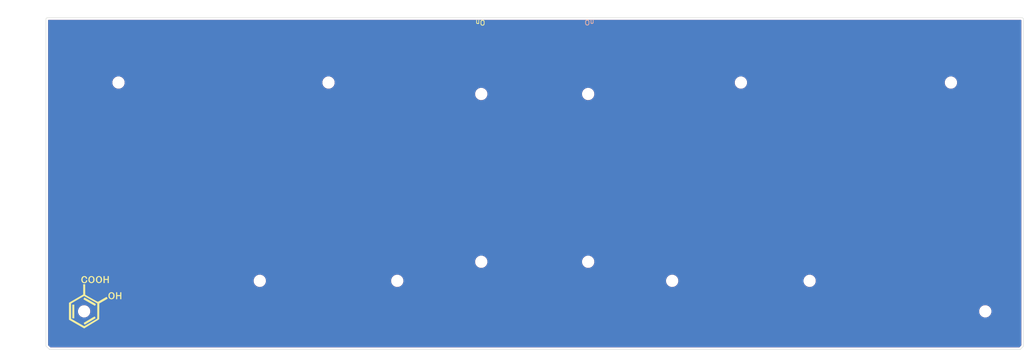
<source format=kicad_pcb>
(kicad_pcb (version 20171130) (host pcbnew "(5.0.1)-3")

  (general
    (thickness 1.6)
    (drawings 12)
    (tracks 0)
    (zones 0)
    (modules 15)
    (nets 1)
  )

  (page A4)
  (layers
    (0 F.Cu signal)
    (31 B.Cu signal)
    (32 B.Adhes user)
    (33 F.Adhes user)
    (34 B.Paste user)
    (35 F.Paste user)
    (36 B.SilkS user)
    (37 F.SilkS user)
    (38 B.Mask user)
    (39 F.Mask user)
    (40 Dwgs.User user)
    (41 Cmts.User user)
    (42 Eco1.User user)
    (43 Eco2.User user)
    (44 Edge.Cuts user)
    (45 Margin user hide)
    (46 B.CrtYd user)
    (47 F.CrtYd user)
    (48 B.Fab user)
    (49 F.Fab user)
  )

  (setup
    (last_trace_width 0.25)
    (user_trace_width 0.5)
    (trace_clearance 0.2)
    (zone_clearance 0.508)
    (zone_45_only no)
    (trace_min 0.2)
    (segment_width 0.2)
    (edge_width 0.1)
    (via_size 0.8)
    (via_drill 0.4)
    (via_min_size 0.4)
    (via_min_drill 0.3)
    (uvia_size 0.3)
    (uvia_drill 0.1)
    (uvias_allowed no)
    (uvia_min_size 0.2)
    (uvia_min_drill 0.1)
    (pcb_text_width 0.3)
    (pcb_text_size 1.5 1.5)
    (mod_edge_width 0.15)
    (mod_text_size 1 1)
    (mod_text_width 0.15)
    (pad_size 5 5)
    (pad_drill 4.8)
    (pad_to_mask_clearance 0)
    (solder_mask_min_width 0.25)
    (aux_axis_origin 0 0)
    (visible_elements 7FFFFFFF)
    (pcbplotparams
      (layerselection 0x010fc_ffffffff)
      (usegerberextensions false)
      (usegerberattributes false)
      (usegerberadvancedattributes false)
      (creategerberjobfile false)
      (excludeedgelayer true)
      (linewidth 0.100000)
      (plotframeref false)
      (viasonmask false)
      (mode 1)
      (useauxorigin false)
      (hpglpennumber 1)
      (hpglpenspeed 20)
      (hpglpendiameter 15.000000)
      (psnegative false)
      (psa4output false)
      (plotreference true)
      (plotvalue true)
      (plotinvisibletext false)
      (padsonsilk false)
      (subtractmaskfromsilk false)
      (outputformat 1)
      (mirror false)
      (drillshape 1)
      (scaleselection 1)
      (outputdirectory ""))
  )

  (net 0 "")

  (net_class Default "これはデフォルトのネット クラスです。"
    (clearance 0.2)
    (trace_width 0.25)
    (via_dia 0.8)
    (via_drill 0.4)
    (uvia_dia 0.3)
    (uvia_drill 0.1)
  )

  (module logos:salicylic-acid2s (layer F.Cu) (tedit 0) (tstamp 5C8FB03F)
    (at 37.75 113.75)
    (fp_text reference G*** (at 0 0) (layer F.SilkS) hide
      (effects (font (size 1.524 1.524) (thickness 0.3)))
    )
    (fp_text value LOGO (at 0.75 0) (layer F.SilkS) hide
      (effects (font (size 1.524 1.524) (thickness 0.3)))
    )
    (fp_poly (pts (xy -3.65284 -0.356344) (xy -3.567656 -0.310362) (xy -3.437364 -0.238461) (xy -3.268797 -0.144517)
      (xy -3.068786 -0.032406) (xy -2.844164 0.093997) (xy -2.601763 0.230816) (xy -2.348415 0.374176)
      (xy -2.090952 0.5202) (xy -1.836207 0.665014) (xy -1.591011 0.804741) (xy -1.362197 0.935507)
      (xy -1.156598 1.053436) (xy -0.981044 1.154651) (xy -0.842369 1.235278) (xy -0.747405 1.291442)
      (xy -0.702983 1.319265) (xy -0.701264 1.32061) (xy -0.696339 1.363601) (xy -0.720718 1.436348)
      (xy -0.723725 1.442496) (xy -0.772268 1.540486) (xy -0.82692 1.6523) (xy -0.834496 1.667934)
      (xy -0.880207 1.746379) (xy -0.920609 1.78973) (xy -0.930568 1.792865) (xy -0.965912 1.776084)
      (xy -1.054243 1.728709) (xy -1.189852 1.653945) (xy -1.367026 1.554997) (xy -1.580058 1.435073)
      (xy -1.823236 1.297376) (xy -2.090851 1.145114) (xy -2.377192 0.981491) (xy -2.443695 0.943392)
      (xy -3.92219 0.095988) (xy -3.818719 -0.138272) (xy -3.765637 -0.250351) (xy -3.719576 -0.333211)
      (xy -3.689203 -0.371544) (xy -3.686084 -0.372533) (xy -3.65284 -0.356344)) (layer F.SilkS) (width 0.01))
    (fp_poly (pts (xy -6.333067 5.08) (xy -6.841067 5.08) (xy -6.841067 1.490134) (xy -6.333067 1.490134)
      (xy -6.333067 5.08)) (layer F.SilkS) (width 0.01))
    (fp_poly (pts (xy -0.963019 4.611786) (xy -0.926551 4.665818) (xy -0.876676 4.759859) (xy -0.835438 4.848434)
      (xy -0.751418 5.040201) (xy -2.167875 5.889834) (xy -2.449622 6.058466) (xy -2.713966 6.21597)
      (xy -2.955188 6.358989) (xy -3.167566 6.484166) (xy -3.345383 6.588142) (xy -3.482919 6.66756)
      (xy -3.574454 6.719063) (xy -3.61427 6.739293) (xy -3.615185 6.739467) (xy -3.644264 6.711373)
      (xy -3.692483 6.637233) (xy -3.750085 6.532265) (xy -3.757839 6.516979) (xy -3.809251 6.403693)
      (xy -3.838827 6.31565) (xy -3.841263 6.269008) (xy -3.839819 6.267252) (xy -3.805565 6.244922)
      (xy -3.718884 6.191429) (xy -3.585549 6.110256) (xy -3.411335 6.004888) (xy -3.202016 5.878809)
      (xy -2.963365 5.735502) (xy -2.701157 5.578452) (xy -2.421165 5.411143) (xy -2.40829 5.403459)
      (xy -2.078176 5.206878) (xy -1.801336 5.043108) (xy -1.573235 4.909664) (xy -1.389335 4.804061)
      (xy -1.245102 4.723815) (xy -1.135999 4.666441) (xy -1.057489 4.629454) (xy -1.005038 4.61037)
      (xy -0.974109 4.606703) (xy -0.963019 4.611786)) (layer F.SilkS) (width 0.01))
    (fp_poly (pts (xy 1.6256 -5.249333) (xy 2.404533 -5.249333) (xy 2.404533 -5.9944) (xy 2.709333 -5.9944)
      (xy 2.709333 -4.1656) (xy 2.404533 -4.1656) (xy 2.404533 -4.9784) (xy 1.6256 -4.9784)
      (xy 1.6256 -4.1656) (xy 1.3208 -4.1656) (xy 1.3208 -5.9944) (xy 1.6256 -5.9944)
      (xy 1.6256 -5.249333)) (layer F.SilkS) (width 0.01))
    (fp_poly (pts (xy 0.39018 -5.963724) (xy 0.582265 -5.872552) (xy 0.739466 -5.736759) (xy 0.74608 -5.728892)
      (xy 0.855823 -5.547013) (xy 0.922974 -5.329541) (xy 0.947294 -5.093742) (xy 0.928546 -4.856879)
      (xy 0.86649 -4.636218) (xy 0.763707 -4.452695) (xy 0.620093 -4.314337) (xy 0.437727 -4.212464)
      (xy 0.236373 -4.154134) (xy 0.035792 -4.146405) (xy -0.0508 -4.161793) (xy -0.246948 -4.242568)
      (xy -0.420901 -4.370646) (xy -0.557295 -4.531876) (xy -0.638029 -4.702672) (xy -0.663294 -4.838075)
      (xy -0.675039 -5.011829) (xy -0.674383 -5.08) (xy -0.353644 -5.08) (xy -0.335157 -4.8514)
      (xy -0.277725 -4.673039) (xy -0.178393 -4.537775) (xy -0.105059 -4.479313) (xy 0.049296 -4.414016)
      (xy 0.211255 -4.414069) (xy 0.364068 -4.475633) (xy 0.483803 -4.583628) (xy 0.562696 -4.736771)
      (xy 0.602705 -4.939877) (xy 0.608856 -5.077774) (xy 0.587917 -5.307022) (xy 0.526115 -5.494861)
      (xy 0.427175 -5.636031) (xy 0.294819 -5.725268) (xy 0.132771 -5.75731) (xy 0.128011 -5.757333)
      (xy -0.032781 -5.726611) (xy -0.165581 -5.63842) (xy -0.266146 -5.498724) (xy -0.330238 -5.313487)
      (xy -0.353615 -5.088672) (xy -0.353644 -5.08) (xy -0.674383 -5.08) (xy -0.673265 -5.195915)
      (xy -0.657971 -5.362315) (xy -0.638029 -5.457327) (xy -0.565434 -5.609312) (xy -0.44788 -5.759249)
      (xy -0.304955 -5.884552) (xy -0.224961 -5.933591) (xy -0.030476 -5.997836) (xy 0.180252 -6.006682)
      (xy 0.39018 -5.963724)) (layer F.SilkS) (width 0.01))
    (fp_poly (pts (xy -1.574087 -5.963724) (xy -1.382001 -5.872552) (xy -1.224801 -5.736759) (xy -1.218186 -5.728892)
      (xy -1.108444 -5.547013) (xy -1.041293 -5.329541) (xy -1.016972 -5.093742) (xy -1.035721 -4.856879)
      (xy -1.097777 -4.636218) (xy -1.20056 -4.452695) (xy -1.344173 -4.314337) (xy -1.526539 -4.212464)
      (xy -1.727894 -4.154134) (xy -1.928474 -4.146405) (xy -2.015067 -4.161793) (xy -2.211214 -4.242568)
      (xy -2.385167 -4.370646) (xy -2.521561 -4.531876) (xy -2.602296 -4.702672) (xy -2.62756 -4.838075)
      (xy -2.639306 -5.011829) (xy -2.638649 -5.08) (xy -2.31791 -5.08) (xy -2.299423 -4.8514)
      (xy -2.241992 -4.673039) (xy -2.14266 -4.537775) (xy -2.069325 -4.479313) (xy -1.914971 -4.414016)
      (xy -1.753012 -4.414069) (xy -1.600199 -4.475633) (xy -1.480464 -4.583628) (xy -1.40157 -4.736771)
      (xy -1.361562 -4.939877) (xy -1.355411 -5.077774) (xy -1.37635 -5.307022) (xy -1.438151 -5.494861)
      (xy -1.537092 -5.636031) (xy -1.669448 -5.725268) (xy -1.831496 -5.75731) (xy -1.836256 -5.757333)
      (xy -1.997048 -5.726611) (xy -2.129847 -5.63842) (xy -2.230413 -5.498724) (xy -2.294505 -5.313487)
      (xy -2.317882 -5.088672) (xy -2.31791 -5.08) (xy -2.638649 -5.08) (xy -2.637531 -5.195915)
      (xy -2.622238 -5.362315) (xy -2.602296 -5.457327) (xy -2.5297 -5.609312) (xy -2.412146 -5.759249)
      (xy -2.269222 -5.884552) (xy -2.189228 -5.933591) (xy -1.994743 -5.997836) (xy -1.784015 -6.006682)
      (xy -1.574087 -5.963724)) (layer F.SilkS) (width 0.01))
    (fp_poly (pts (xy -3.513912 -5.996729) (xy -3.481824 -5.99047) (xy -3.299844 -5.919186) (xy -3.145072 -5.794821)
      (xy -3.031057 -5.630636) (xy -2.983686 -5.502882) (xy -2.96295 -5.386683) (xy -2.978516 -5.319625)
      (xy -3.037668 -5.289646) (xy -3.115733 -5.284237) (xy -3.205445 -5.29598) (xy -3.263765 -5.341477)
      (xy -3.308281 -5.436134) (xy -3.316286 -5.459892) (xy -3.394096 -5.605264) (xy -3.511959 -5.707072)
      (xy -3.656608 -5.75498) (xy -3.69805 -5.757333) (xy -3.79304 -5.74779) (xy -3.871441 -5.710215)
      (xy -3.961044 -5.631189) (xy -3.962666 -5.62957) (xy -4.074283 -5.474384) (xy -4.143541 -5.285438)
      (xy -4.17019 -5.079507) (xy -4.153981 -4.873368) (xy -4.094664 -4.683796) (xy -3.991992 -4.527567)
      (xy -3.979229 -4.514322) (xy -3.900817 -4.445568) (xy -3.825884 -4.412557) (xy -3.722605 -4.402891)
      (xy -3.692627 -4.402667) (xy -3.577353 -4.40962) (xy -3.481321 -4.427297) (xy -3.449295 -4.439266)
      (xy -3.389265 -4.49777) (xy -3.328127 -4.597187) (xy -3.278512 -4.712104) (xy -3.25305 -4.817109)
      (xy -3.251944 -4.836322) (xy -3.245415 -4.8831) (xy -3.215242 -4.904188) (xy -3.143769 -4.906988)
      (xy -3.090333 -4.904055) (xy -2.993638 -4.895308) (xy -2.947783 -4.877182) (xy -2.935944 -4.83726)
      (xy -2.938665 -4.792133) (xy -2.98558 -4.58634) (xy -3.081286 -4.407069) (xy -3.216629 -4.266419)
      (xy -3.382454 -4.176492) (xy -3.411141 -4.167636) (xy -3.612631 -4.136467) (xy -3.822642 -4.145357)
      (xy -3.975108 -4.181487) (xy -4.15201 -4.278434) (xy -4.295178 -4.424273) (xy -4.402235 -4.607856)
      (xy -4.470805 -4.818037) (xy -4.49851 -5.043669) (xy -4.482972 -5.273605) (xy -4.421815 -5.496699)
      (xy -4.312662 -5.701803) (xy -4.302408 -5.716241) (xy -4.153171 -5.866997) (xy -3.965945 -5.966024)
      (xy -3.749826 -6.010281) (xy -3.513912 -5.996729)) (layer F.SilkS) (width 0.01))
    (fp_poly (pts (xy 4.910667 -1.016) (xy 5.6896 -1.016) (xy 5.6896 -1.761066) (xy 5.9944 -1.761066)
      (xy 5.9944 0.067733) (xy 5.6896 0.067733) (xy 5.6896 -0.745067) (xy 4.910667 -0.745067)
      (xy 4.910667 0.067733) (xy 4.605867 0.067733) (xy 4.605867 -1.761066) (xy 4.910667 -1.761066)
      (xy 4.910667 -1.016)) (layer F.SilkS) (width 0.01))
    (fp_poly (pts (xy 3.675246 -1.73039) (xy 3.867332 -1.639218) (xy 4.024533 -1.503426) (xy 4.031147 -1.495559)
      (xy 4.14089 -1.31368) (xy 4.20804 -1.096208) (xy 4.232361 -0.860408) (xy 4.213612 -0.623545)
      (xy 4.151556 -0.402885) (xy 4.048774 -0.219361) (xy 3.90516 -0.081003) (xy 3.722794 0.02087)
      (xy 3.521439 0.0792) (xy 3.320859 0.086928) (xy 3.234267 0.071541) (xy 3.038119 -0.009234)
      (xy 2.864166 -0.137312) (xy 2.727772 -0.298542) (xy 2.647037 -0.469339) (xy 2.621773 -0.604741)
      (xy 2.610028 -0.778495) (xy 2.610684 -0.846667) (xy 2.931423 -0.846667) (xy 2.94991 -0.618067)
      (xy 3.007342 -0.439706) (xy 3.106674 -0.304441) (xy 3.180008 -0.24598) (xy 3.334363 -0.180682)
      (xy 3.496322 -0.180736) (xy 3.649135 -0.2423) (xy 3.76887 -0.350294) (xy 3.847763 -0.503438)
      (xy 3.887772 -0.706544) (xy 3.893923 -0.844441) (xy 3.872984 -1.073688) (xy 3.811182 -1.261528)
      (xy 3.712241 -1.402697) (xy 3.579885 -1.491935) (xy 3.417837 -1.523977) (xy 3.413077 -1.524)
      (xy 3.252285 -1.493278) (xy 3.119486 -1.405087) (xy 3.01892 -1.265391) (xy 2.954828 -1.080154)
      (xy 2.931452 -0.855339) (xy 2.931423 -0.846667) (xy 2.610684 -0.846667) (xy 2.611802 -0.962582)
      (xy 2.627095 -1.128982) (xy 2.647037 -1.223994) (xy 2.719633 -1.375979) (xy 2.837187 -1.525915)
      (xy 2.980112 -1.651218) (xy 3.060105 -1.700257) (xy 3.254591 -1.764502) (xy 3.465319 -1.773349)
      (xy 3.675246 -1.73039)) (layer F.SilkS) (width 0.01))
    (fp_poly (pts (xy -3.471333 -1.103234) (xy -1.829736 -0.164989) (xy -1.471231 0.039602) (xy -1.166793 0.212541)
      (xy -0.911923 0.3562) (xy -0.702121 0.472955) (xy -0.532889 0.565179) (xy -0.399727 0.635245)
      (xy -0.298136 0.68553) (xy -0.223618 0.718405) (xy -0.171672 0.736245) (xy -0.1378 0.741425)
      (xy -0.119469 0.737446) (xy -0.074873 0.712685) (xy 0.021288 0.658257) (xy 0.161856 0.578248)
      (xy 0.339671 0.476746) (xy 0.547573 0.357836) (xy 0.778405 0.225604) (xy 0.999181 0.098961)
      (xy 1.243753 -0.04113) (xy 1.471258 -0.170889) (xy 1.674653 -0.28634) (xy 1.846894 -0.38351)
      (xy 1.980937 -0.458422) (xy 2.069739 -0.507104) (xy 2.105281 -0.525251) (xy 2.143652 -0.522078)
      (xy 2.189616 -0.478224) (xy 2.250963 -0.384977) (xy 2.287266 -0.321718) (xy 2.347366 -0.203834)
      (xy 2.381394 -0.114719) (xy 2.384235 -0.067986) (xy 2.383126 -0.066646) (xy 2.347745 -0.043424)
      (xy 2.260322 0.009398) (xy 2.127647 0.08785) (xy 1.956505 0.18796) (xy 1.753684 0.305758)
      (xy 1.525973 0.437272) (xy 1.286628 0.574825) (xy 0.220133 1.186291) (xy 0.2032 3.255626)
      (xy 0.186266 5.32496) (xy -1.769889 6.52328) (xy -2.100463 6.725708) (xy -2.413733 6.917386)
      (xy -2.704973 7.095433) (xy -2.96946 7.25697) (xy -3.202469 7.399114) (xy -3.399275 7.518985)
      (xy -3.555155 7.613702) (xy -3.665384 7.680384) (xy -3.725237 7.716149) (xy -3.734989 7.7216)
      (xy -3.765109 7.705208) (xy -3.849177 7.657861) (xy -3.982382 7.582302) (xy -4.159917 7.481273)
      (xy -4.376971 7.357518) (xy -4.628736 7.21378) (xy -4.910403 7.052801) (xy -5.217164 6.877325)
      (xy -5.544208 6.690095) (xy -5.732766 6.582082) (xy -7.7216 5.442565) (xy -7.720373 3.220816)
      (xy -7.719258 1.202267) (xy -7.177965 1.202267) (xy -7.170383 3.196828) (xy -7.1628 5.191388)
      (xy -5.452533 6.164709) (xy -3.742267 7.138029) (xy -3.623734 7.075699) (xy -3.572434 7.04711)
      (xy -3.468465 6.987798) (xy -3.317679 6.901146) (xy -3.125925 6.790536) (xy -2.899057 6.65935)
      (xy -2.642925 6.51097) (xy -2.363381 6.348776) (xy -2.066277 6.176152) (xy -1.913467 6.087275)
      (xy -0.321734 5.161179) (xy -0.314197 3.16479) (xy -0.306661 1.1684) (xy -2.000492 0.2032)
      (xy -2.311764 0.026113) (xy -2.606198 -0.140842) (xy -2.878408 -0.294649) (xy -3.12301 -0.432292)
      (xy -3.33462 -0.550754) (xy -3.507853 -0.647019) (xy -3.637324 -0.71807) (xy -3.717649 -0.760893)
      (xy -3.742831 -0.772783) (xy -3.78016 -0.758056) (xy -3.870469 -0.71184) (xy -4.008439 -0.637136)
      (xy -4.188754 -0.53694) (xy -4.406097 -0.414251) (xy -4.65515 -0.272068) (xy -4.930594 -0.113388)
      (xy -5.227114 0.05879) (xy -5.484652 0.20935) (xy -7.177965 1.202267) (xy -7.719258 1.202267)
      (xy -7.719145 0.999067) (xy -5.857756 -0.084667) (xy -3.996367 -1.1684) (xy -3.996267 -3.8608)
      (xy -3.489027 -3.8608) (xy -3.471333 -1.103234)) (layer F.SilkS) (width 0.01))
  )

  (module Mounting_Holes:MountingHole_2.2mm_M2 (layer F.Cu) (tedit 5CAE1527) (tstamp 5C8DDDAE)
    (at 270 117)
    (descr "Mounting Hole 2.2mm, no annular, M2")
    (tags "mounting hole 2.2mm no annular m2")
    (attr virtual)
    (fp_text reference REF** (at 0 -3.2) (layer F.SilkS) hide
      (effects (font (size 1 1) (thickness 0.15)))
    )
    (fp_text value MountingHole_2.2mm_M2 (at 0 3.2) (layer F.Fab)
      (effects (font (size 1 1) (thickness 0.15)))
    )
    (fp_text user %R (at 0.3 0) (layer F.Fab)
      (effects (font (size 1 1) (thickness 0.15)))
    )
    (fp_circle (center 0 0) (end 2.2 0) (layer Cmts.User) (width 0.15))
    (fp_circle (center 0 0) (end 2.45 0) (layer F.CrtYd) (width 0.05))
    (pad 1 np_thru_hole circle (at 0 0) (size 2.2 2.2) (drill 2.2) (layers *.Cu *.Mask))
  )

  (module Mounting_Holes:MountingHole_2.2mm_M2 (layer F.Cu) (tedit 5CAE1535) (tstamp 5C8DDDE5)
    (at 261 57)
    (descr "Mounting Hole 2.2mm, no annular, M2")
    (tags "mounting hole 2.2mm no annular m2")
    (attr virtual)
    (fp_text reference REF** (at 0 -3.2) (layer F.SilkS) hide
      (effects (font (size 1 1) (thickness 0.15)))
    )
    (fp_text value MountingHole_2.2mm_M2 (at 0 3.2) (layer F.Fab)
      (effects (font (size 1 1) (thickness 0.15)))
    )
    (fp_text user %R (at 0.3 0) (layer F.Fab)
      (effects (font (size 1 1) (thickness 0.15)))
    )
    (fp_circle (center 0 0) (end 2.2 0) (layer Cmts.User) (width 0.15))
    (fp_circle (center 0 0) (end 2.45 0) (layer F.CrtYd) (width 0.05))
    (pad 1 np_thru_hole circle (at 0 0) (size 2.2 2.2) (drill 2.2) (layers *.Cu *.Mask))
  )

  (module Mounting_Holes:MountingHole_2.2mm_M2 (layer F.Cu) (tedit 5CAE153A) (tstamp 5C8DDE25)
    (at 224 109)
    (descr "Mounting Hole 2.2mm, no annular, M2")
    (tags "mounting hole 2.2mm no annular m2")
    (attr virtual)
    (fp_text reference REF** (at 0 -3.2) (layer F.SilkS) hide
      (effects (font (size 1 1) (thickness 0.15)))
    )
    (fp_text value MountingHole_2.2mm_M2 (at 0 3.2) (layer F.Fab)
      (effects (font (size 1 1) (thickness 0.15)))
    )
    (fp_text user %R (at 0.3 0) (layer F.Fab)
      (effects (font (size 1 1) (thickness 0.15)))
    )
    (fp_circle (center 0 0) (end 2.2 0) (layer Cmts.User) (width 0.15))
    (fp_circle (center 0 0) (end 2.45 0) (layer F.CrtYd) (width 0.05))
    (pad 1 np_thru_hole circle (at 0 0) (size 2.2 2.2) (drill 2.2) (layers *.Cu *.Mask))
  )

  (module Mounting_Holes:MountingHole_2.2mm_M2 (layer F.Cu) (tedit 5CAE1544) (tstamp 5C8DDE5B)
    (at 206 57)
    (descr "Mounting Hole 2.2mm, no annular, M2")
    (tags "mounting hole 2.2mm no annular m2")
    (attr virtual)
    (fp_text reference REF** (at 0 -3.2) (layer F.SilkS) hide
      (effects (font (size 1 1) (thickness 0.15)))
    )
    (fp_text value MountingHole_2.2mm_M2 (at 0 3.2) (layer F.Fab)
      (effects (font (size 1 1) (thickness 0.15)))
    )
    (fp_text user %R (at 0.3 0) (layer F.Fab)
      (effects (font (size 1 1) (thickness 0.15)))
    )
    (fp_circle (center 0 0) (end 2.2 0) (layer Cmts.User) (width 0.15))
    (fp_circle (center 0 0) (end 2.45 0) (layer F.CrtYd) (width 0.05))
    (pad 1 np_thru_hole circle (at 0 0) (size 2.2 2.2) (drill 2.2) (layers *.Cu *.Mask))
  )

  (module Mounting_Holes:MountingHole_2.2mm_M2 (layer F.Cu) (tedit 5CAE153F) (tstamp 5C8DDEA0)
    (at 188 109)
    (descr "Mounting Hole 2.2mm, no annular, M2")
    (tags "mounting hole 2.2mm no annular m2")
    (attr virtual)
    (fp_text reference REF** (at 0 -3.2) (layer F.SilkS) hide
      (effects (font (size 1 1) (thickness 0.15)))
    )
    (fp_text value MountingHole_2.2mm_M2 (at 0 3.2) (layer F.Fab)
      (effects (font (size 1 1) (thickness 0.15)))
    )
    (fp_text user %R (at 0.3 0) (layer F.Fab)
      (effects (font (size 1 1) (thickness 0.15)))
    )
    (fp_circle (center 0 0) (end 2.2 0) (layer Cmts.User) (width 0.15))
    (fp_circle (center 0 0) (end 2.45 0) (layer F.CrtYd) (width 0.05))
    (pad 1 np_thru_hole circle (at 0 0) (size 2.2 2.2) (drill 2.2) (layers *.Cu *.Mask))
  )

  (module Mounting_Holes:MountingHole_2.2mm_M2 (layer F.Cu) (tedit 5CAE1571) (tstamp 5C8DDEDE)
    (at 116 109)
    (descr "Mounting Hole 2.2mm, no annular, M2")
    (tags "mounting hole 2.2mm no annular m2")
    (attr virtual)
    (fp_text reference REF** (at 0 -3.2) (layer F.SilkS) hide
      (effects (font (size 1 1) (thickness 0.15)))
    )
    (fp_text value MountingHole_2.2mm_M2 (at 0 3.2) (layer F.Fab)
      (effects (font (size 1 1) (thickness 0.15)))
    )
    (fp_circle (center 0 0) (end 2.45 0) (layer F.CrtYd) (width 0.05))
    (fp_circle (center 0 0) (end 2.2 0) (layer Cmts.User) (width 0.15))
    (fp_text user %R (at 0.3 0) (layer F.Fab)
      (effects (font (size 1 1) (thickness 0.15)))
    )
    (pad 1 np_thru_hole circle (at 0 0) (size 2.2 2.2) (drill 2.2) (layers *.Cu *.Mask))
  )

  (module Mounting_Holes:MountingHole_2.2mm_M2 (layer F.Cu) (tedit 5CAE157C) (tstamp 5C8DED34)
    (at 80 109)
    (descr "Mounting Hole 2.2mm, no annular, M2")
    (tags "mounting hole 2.2mm no annular m2")
    (attr virtual)
    (fp_text reference REF** (at 0 -3.2) (layer F.SilkS) hide
      (effects (font (size 1 1) (thickness 0.15)))
    )
    (fp_text value MountingHole_2.2mm_M2 (at 0 3.2) (layer F.Fab)
      (effects (font (size 1 1) (thickness 0.15)))
    )
    (fp_text user %R (at 0.3 0) (layer F.Fab)
      (effects (font (size 1 1) (thickness 0.15)))
    )
    (fp_circle (center 0 0) (end 2.2 0) (layer Cmts.User) (width 0.15))
    (fp_circle (center 0 0) (end 2.45 0) (layer F.CrtYd) (width 0.05))
    (pad 1 np_thru_hole circle (at 0 0) (size 2.2 2.2) (drill 2.2) (layers *.Cu *.Mask))
  )

  (module Mounting_Holes:MountingHole_2.2mm_M2 (layer F.Cu) (tedit 5CAE1589) (tstamp 5C8DFB8A)
    (at 34 117)
    (descr "Mounting Hole 2.2mm, no annular, M2")
    (tags "mounting hole 2.2mm no annular m2")
    (attr virtual)
    (fp_text reference REF** (at 0 -3.2) (layer F.SilkS) hide
      (effects (font (size 1 1) (thickness 0.15)))
    )
    (fp_text value MountingHole_2.2mm_M2 (at 0 3.2) (layer F.Fab)
      (effects (font (size 1 1) (thickness 0.15)))
    )
    (fp_text user %R (at 0.3 0) (layer F.Fab)
      (effects (font (size 1 1) (thickness 0.15)))
    )
    (fp_circle (center 0 0) (end 2.2 0) (layer Cmts.User) (width 0.15))
    (fp_circle (center 0 0) (end 2.45 0) (layer F.CrtYd) (width 0.05))
    (pad 1 np_thru_hole circle (at 0 0) (size 2.2 2.2) (drill 2.2) (layers *.Cu *.Mask))
  )

  (module Mounting_Holes:MountingHole_2.2mm_M2 (layer F.Cu) (tedit 5CAE1582) (tstamp 5C8E0321)
    (at 43 57)
    (descr "Mounting Hole 2.2mm, no annular, M2")
    (tags "mounting hole 2.2mm no annular m2")
    (attr virtual)
    (fp_text reference REF** (at 0 -3.2) (layer F.SilkS) hide
      (effects (font (size 1 1) (thickness 0.15)))
    )
    (fp_text value MountingHole_2.2mm_M2 (at 0 3.2) (layer F.Fab)
      (effects (font (size 1 1) (thickness 0.15)))
    )
    (fp_text user %R (at 0.3 0) (layer F.Fab)
      (effects (font (size 1 1) (thickness 0.15)))
    )
    (fp_circle (center 0 0) (end 2.2 0) (layer Cmts.User) (width 0.15))
    (fp_circle (center 0 0) (end 2.45 0) (layer F.CrtYd) (width 0.05))
    (pad 1 np_thru_hole circle (at 0 0) (size 2.2 2.2) (drill 2.2) (layers *.Cu *.Mask))
  )

  (module Mounting_Holes:MountingHole_2.2mm_M2 (layer F.Cu) (tedit 5CAE156B) (tstamp 5C8E4326)
    (at 98 57)
    (descr "Mounting Hole 2.2mm, no annular, M2")
    (tags "mounting hole 2.2mm no annular m2")
    (attr virtual)
    (fp_text reference REF** (at 0 -3.2) (layer F.SilkS) hide
      (effects (font (size 1 1) (thickness 0.15)))
    )
    (fp_text value MountingHole_2.2mm_M2 (at 0 3.2) (layer F.Fab)
      (effects (font (size 1 1) (thickness 0.15)))
    )
    (fp_text user %R (at 0.3 0) (layer F.Fab)
      (effects (font (size 1 1) (thickness 0.15)))
    )
    (fp_circle (center 0 0) (end 2.2 0) (layer Cmts.User) (width 0.15))
    (fp_circle (center 0 0) (end 2.45 0) (layer F.CrtYd) (width 0.05))
    (pad 1 np_thru_hole circle (at 0 0) (size 2.2 2.2) (drill 2.2) (layers *.Cu *.Mask))
  )

  (module Mounting_Holes:MountingHole_2.2mm_M2 (layer F.Cu) (tedit 5CAE1561) (tstamp 5C8E5888)
    (at 138 60)
    (descr "Mounting Hole 2.2mm, no annular, M2")
    (tags "mounting hole 2.2mm no annular m2")
    (attr virtual)
    (fp_text reference REF** (at 0 -3.2) (layer F.SilkS) hide
      (effects (font (size 1 1) (thickness 0.15)))
    )
    (fp_text value MountingHole_2.2mm_M2 (at 0 3.2) (layer F.Fab)
      (effects (font (size 1 1) (thickness 0.15)))
    )
    (fp_text user %R (at 0.3 0) (layer F.Fab)
      (effects (font (size 1 1) (thickness 0.15)))
    )
    (fp_circle (center 0 0) (end 2.2 0) (layer Cmts.User) (width 0.15))
    (fp_circle (center 0 0) (end 2.45 0) (layer F.CrtYd) (width 0.05))
    (pad 1 np_thru_hole circle (at 0 0) (size 2.2 2.2) (drill 2.2) (layers *.Cu *.Mask))
  )

  (module Mounting_Holes:MountingHole_2.2mm_M2 (layer F.Cu) (tedit 5CAE1548) (tstamp 5C8E58C4)
    (at 166 60)
    (descr "Mounting Hole 2.2mm, no annular, M2")
    (tags "mounting hole 2.2mm no annular m2")
    (attr virtual)
    (fp_text reference REF** (at 0 -3.2) (layer F.SilkS) hide
      (effects (font (size 1 1) (thickness 0.15)))
    )
    (fp_text value MountingHole_2.2mm_M2 (at 0 3.2) (layer F.Fab)
      (effects (font (size 1 1) (thickness 0.15)))
    )
    (fp_text user %R (at 0.3 0) (layer F.Fab)
      (effects (font (size 1 1) (thickness 0.15)))
    )
    (fp_circle (center 0 0) (end 2.2 0) (layer Cmts.User) (width 0.15))
    (fp_circle (center 0 0) (end 2.45 0) (layer F.CrtYd) (width 0.05))
    (pad 1 np_thru_hole circle (at 0 0) (size 2.2 2.2) (drill 2.2) (layers *.Cu *.Mask))
  )

  (module Mounting_Holes:MountingHole_2.2mm_M2 (layer F.Cu) (tedit 5CAE1558) (tstamp 5C8E58FC)
    (at 166 104)
    (descr "Mounting Hole 2.2mm, no annular, M2")
    (tags "mounting hole 2.2mm no annular m2")
    (attr virtual)
    (fp_text reference REF** (at 0 -3.2) (layer F.SilkS) hide
      (effects (font (size 1 1) (thickness 0.15)))
    )
    (fp_text value MountingHole_2.2mm_M2 (at 0 3.2) (layer F.Fab)
      (effects (font (size 1 1) (thickness 0.15)))
    )
    (fp_text user %R (at 0.3 0) (layer F.Fab)
      (effects (font (size 1 1) (thickness 0.15)))
    )
    (fp_circle (center 0 0) (end 2.2 0) (layer Cmts.User) (width 0.15))
    (fp_circle (center 0 0) (end 2.45 0) (layer F.CrtYd) (width 0.05))
    (pad 1 np_thru_hole circle (at 0 0) (size 2.2 2.2) (drill 2.2) (layers *.Cu *.Mask))
  )

  (module Mounting_Holes:MountingHole_2.2mm_M2 (layer F.Cu) (tedit 5CAE155C) (tstamp 5C8E5921)
    (at 138 104)
    (descr "Mounting Hole 2.2mm, no annular, M2")
    (tags "mounting hole 2.2mm no annular m2")
    (attr virtual)
    (fp_text reference REF** (at 0 -3.2) (layer F.SilkS) hide
      (effects (font (size 1 1) (thickness 0.15)))
    )
    (fp_text value MountingHole_2.2mm_M2 (at 0 3.2) (layer F.Fab)
      (effects (font (size 1 1) (thickness 0.15)))
    )
    (fp_text user %R (at 0.3 0) (layer F.Fab)
      (effects (font (size 1 1) (thickness 0.15)))
    )
    (fp_circle (center 0 0) (end 2.2 0) (layer Cmts.User) (width 0.15))
    (fp_circle (center 0 0) (end 2.45 0) (layer F.CrtYd) (width 0.05))
    (pad 1 np_thru_hole circle (at 0 0) (size 2.2 2.2) (drill 2.2) (layers *.Cu *.Mask))
  )

  (gr_text On (at 166.35 41.2 180) (layer B.SilkS) (tstamp 5D558F4B)
    (effects (font (size 1.3 1.3) (thickness 0.2)) (justify mirror))
  )
  (gr_line (start 24.25 40) (end 24 40.25) (layer Edge.Cuts) (width 0.1))
  (gr_line (start 279.75 40) (end 280 40.25) (layer Edge.Cuts) (width 0.1))
  (gr_text On (at 137.75 41.25 180) (layer F.SilkS)
    (effects (font (size 1.3 1.3) (thickness 0.2)))
  )
  (gr_line (start 24 126.125) (end 24.925 127) (layer Edge.Cuts) (width 0.1))
  (gr_line (start 279.175 127) (end 280 126.125) (layer Edge.Cuts) (width 0.1))
  (dimension 256 (width 0.3) (layer Dwgs.User)
    (gr_text "256.000 mm" (at 152 36.45) (layer Dwgs.User)
      (effects (font (size 1.5 1.5) (thickness 0.3)))
    )
    (feature1 (pts (xy 24 40) (xy 24 37.963579)))
    (feature2 (pts (xy 280 40) (xy 280 37.963579)))
    (crossbar (pts (xy 280 38.55) (xy 24 38.55)))
    (arrow1a (pts (xy 24 38.55) (xy 25.126504 37.963579)))
    (arrow1b (pts (xy 24 38.55) (xy 25.126504 39.136421)))
    (arrow2a (pts (xy 280 38.55) (xy 278.873496 37.963579)))
    (arrow2b (pts (xy 280 38.55) (xy 278.873496 39.136421)))
  )
  (gr_line (start 24 40.25) (end 24 126.125) (layer Edge.Cuts) (width 0.1))
  (gr_line (start 279.75 40) (end 24.25 40) (layer Edge.Cuts) (width 0.1))
  (gr_line (start 280 126.125) (end 280 40.25) (layer Edge.Cuts) (width 0.1))
  (gr_line (start 24.925 127) (end 279.175 127) (layer Edge.Cuts) (width 0.1))
  (dimension 87 (width 0.3) (layer Dwgs.User)
    (gr_text "87.000 mm" (at 17.499916 83.5 270) (layer Dwgs.User)
      (effects (font (size 1.5 1.5) (thickness 0.3)))
    )
    (feature1 (pts (xy 24 127) (xy 19.013495 127)))
    (feature2 (pts (xy 24 40) (xy 19.013495 40)))
    (crossbar (pts (xy 19.599916 40) (xy 19.599916 127)))
    (arrow1a (pts (xy 19.599916 127) (xy 19.013495 125.873496)))
    (arrow1b (pts (xy 19.599916 127) (xy 20.186337 125.873496)))
    (arrow2a (pts (xy 19.599916 40) (xy 19.013495 41.126504)))
    (arrow2b (pts (xy 19.599916 40) (xy 20.186337 41.126504)))
  )

  (zone (net 0) (net_name "") (layer F.Cu) (tstamp 0) (hatch edge 0.508)
    (connect_pads (clearance 0.508))
    (min_thickness 0.254)
    (fill yes (arc_segments 16) (thermal_gap 0.508) (thermal_bridge_width 0.508))
    (polygon
      (pts
        (xy 280 126.15) (xy 280 40) (xy 24 40) (xy 24 126.15) (xy 24.9 127)
        (xy 279.2 127)
      )
    )
    (filled_polygon
      (pts
        (xy 279.315 125.852991) (xy 278.879392 126.315) (xy 25.197656 126.315) (xy 24.685 125.830056) (xy 24.685 116.711593)
        (xy 32.254677 116.711593) (xy 32.265 117.028284) (xy 32.265 117.345113) (xy 32.27621 117.372176) (xy 32.277164 117.401453)
        (xy 32.497901 117.934359) (xy 32.511293 117.939716) (xy 32.529138 117.982799) (xy 33.017201 118.470862) (xy 33.060284 118.488707)
        (xy 33.065641 118.502099) (xy 33.362171 118.613753) (xy 33.654887 118.735) (xy 33.684177 118.735) (xy 33.711593 118.745323)
        (xy 34.028284 118.735) (xy 34.345113 118.735) (xy 34.372176 118.72379) (xy 34.401453 118.722836) (xy 34.934359 118.502099)
        (xy 34.939716 118.488707) (xy 34.982799 118.470862) (xy 35.470862 117.982799) (xy 35.488707 117.939716) (xy 35.502099 117.934359)
        (xy 35.613753 117.637829) (xy 35.735 117.345113) (xy 35.735 117.315823) (xy 35.745323 117.288407) (xy 35.735 116.971716)
        (xy 35.735 116.711593) (xy 268.254677 116.711593) (xy 268.265 117.028284) (xy 268.265 117.345113) (xy 268.27621 117.372176)
        (xy 268.277164 117.401453) (xy 268.497901 117.934359) (xy 268.511293 117.939716) (xy 268.529138 117.982799) (xy 269.017201 118.470862)
        (xy 269.060284 118.488707) (xy 269.065641 118.502099) (xy 269.362171 118.613753) (xy 269.654887 118.735) (xy 269.684177 118.735)
        (xy 269.711593 118.745323) (xy 270.028284 118.735) (xy 270.345113 118.735) (xy 270.372176 118.72379) (xy 270.401453 118.722836)
        (xy 270.934359 118.502099) (xy 270.939716 118.488707) (xy 270.982799 118.470862) (xy 271.470862 117.982799) (xy 271.488707 117.939716)
        (xy 271.502099 117.934359) (xy 271.613753 117.637829) (xy 271.735 117.345113) (xy 271.735 117.315823) (xy 271.745323 117.288407)
        (xy 271.735 116.971716) (xy 271.735 116.654887) (xy 271.72379 116.627824) (xy 271.722836 116.598547) (xy 271.502099 116.065641)
        (xy 271.488707 116.060284) (xy 271.470862 116.017201) (xy 270.982799 115.529138) (xy 270.939716 115.511293) (xy 270.934359 115.497901)
        (xy 270.637829 115.386247) (xy 270.345113 115.265) (xy 270.315823 115.265) (xy 270.288407 115.254677) (xy 269.971716 115.265)
        (xy 269.654887 115.265) (xy 269.627824 115.27621) (xy 269.598547 115.277164) (xy 269.065641 115.497901) (xy 269.060284 115.511293)
        (xy 269.017201 115.529138) (xy 268.529138 116.017201) (xy 268.511293 116.060284) (xy 268.497901 116.065641) (xy 268.386247 116.362171)
        (xy 268.265 116.654887) (xy 268.265 116.684177) (xy 268.254677 116.711593) (xy 35.735 116.711593) (xy 35.735 116.654887)
        (xy 35.72379 116.627824) (xy 35.722836 116.598547) (xy 35.502099 116.065641) (xy 35.488707 116.060284) (xy 35.470862 116.017201)
        (xy 34.982799 115.529138) (xy 34.939716 115.511293) (xy 34.934359 115.497901) (xy 34.637829 115.386247) (xy 34.345113 115.265)
        (xy 34.315823 115.265) (xy 34.288407 115.254677) (xy 33.971716 115.265) (xy 33.654887 115.265) (xy 33.627824 115.27621)
        (xy 33.598547 115.277164) (xy 33.065641 115.497901) (xy 33.060284 115.511293) (xy 33.017201 115.529138) (xy 32.529138 116.017201)
        (xy 32.511293 116.060284) (xy 32.497901 116.065641) (xy 32.386247 116.362171) (xy 32.265 116.654887) (xy 32.265 116.684177)
        (xy 32.254677 116.711593) (xy 24.685 116.711593) (xy 24.685 108.711593) (xy 78.254677 108.711593) (xy 78.265 109.028284)
        (xy 78.265 109.345113) (xy 78.27621 109.372176) (xy 78.277164 109.401453) (xy 78.497901 109.934359) (xy 78.511293 109.939716)
        (xy 78.529138 109.982799) (xy 79.017201 110.470862) (xy 79.060284 110.488707) (xy 79.065641 110.502099) (xy 79.362171 110.613753)
        (xy 79.654887 110.735) (xy 79.684177 110.735) (xy 79.711593 110.745323) (xy 80.028284 110.735) (xy 80.345113 110.735)
        (xy 80.372176 110.72379) (xy 80.401453 110.722836) (xy 80.934359 110.502099) (xy 80.939716 110.488707) (xy 80.982799 110.470862)
        (xy 81.470862 109.982799) (xy 81.488707 109.939716) (xy 81.502099 109.934359) (xy 81.613753 109.637829) (xy 81.735 109.345113)
        (xy 81.735 109.315823) (xy 81.745323 109.288407) (xy 81.735 108.971716) (xy 81.735 108.711593) (xy 114.254677 108.711593)
        (xy 114.265 109.028284) (xy 114.265 109.345113) (xy 114.27621 109.372176) (xy 114.277164 109.401453) (xy 114.497901 109.934359)
        (xy 114.511293 109.939716) (xy 114.529138 109.982799) (xy 115.017201 110.470862) (xy 115.060284 110.488707) (xy 115.065641 110.502099)
        (xy 115.362171 110.613753) (xy 115.654887 110.735) (xy 115.684177 110.735) (xy 115.711593 110.745323) (xy 116.028284 110.735)
        (xy 116.345113 110.735) (xy 116.372176 110.72379) (xy 116.401453 110.722836) (xy 116.934359 110.502099) (xy 116.939716 110.488707)
        (xy 116.982799 110.470862) (xy 117.470862 109.982799) (xy 117.488707 109.939716) (xy 117.502099 109.934359) (xy 117.613753 109.637829)
        (xy 117.735 109.345113) (xy 117.735 109.315823) (xy 117.745323 109.288407) (xy 117.735 108.971716) (xy 117.735 108.711593)
        (xy 186.254677 108.711593) (xy 186.265 109.028284) (xy 186.265 109.345113) (xy 186.27621 109.372176) (xy 186.277164 109.401453)
        (xy 186.497901 109.934359) (xy 186.511293 109.939716) (xy 186.529138 109.982799) (xy 187.017201 110.470862) (xy 187.060284 110.488707)
        (xy 187.065641 110.502099) (xy 187.362171 110.613753) (xy 187.654887 110.735) (xy 187.684177 110.735) (xy 187.711593 110.745323)
        (xy 188.028284 110.735) (xy 188.345113 110.735) (xy 188.372176 110.72379) (xy 188.401453 110.722836) (xy 188.934359 110.502099)
        (xy 188.939716 110.488707) (xy 188.982799 110.470862) (xy 189.470862 109.982799) (xy 189.488707 109.939716) (xy 189.502099 109.934359)
        (xy 189.613753 109.637829) (xy 189.735 109.345113) (xy 189.735 109.315823) (xy 189.745323 109.288407) (xy 189.735 108.971716)
        (xy 189.735 108.711593) (xy 222.254677 108.711593) (xy 222.265 109.028284) (xy 222.265 109.345113) (xy 222.27621 109.372176)
        (xy 222.277164 109.401453) (xy 222.497901 109.934359) (xy 222.511293 109.939716) (xy 222.529138 109.982799) (xy 223.017201 110.470862)
        (xy 223.060284 110.488707) (xy 223.065641 110.502099) (xy 223.362171 110.613753) (xy 223.654887 110.735) (xy 223.684177 110.735)
        (xy 223.711593 110.745323) (xy 224.028284 110.735) (xy 224.345113 110.735) (xy 224.372176 110.72379) (xy 224.401453 110.722836)
        (xy 224.934359 110.502099) (xy 224.939716 110.488707) (xy 224.982799 110.470862) (xy 225.470862 109.982799) (xy 225.488707 109.939716)
        (xy 225.502099 109.934359) (xy 225.613753 109.637829) (xy 225.735 109.345113) (xy 225.735 109.315823) (xy 225.745323 109.288407)
        (xy 225.735 108.971716) (xy 225.735 108.654887) (xy 225.72379 108.627824) (xy 225.722836 108.598547) (xy 225.502099 108.065641)
        (xy 225.488707 108.060284) (xy 225.470862 108.017201) (xy 224.982799 107.529138) (xy 224.939716 107.511293) (xy 224.934359 107.497901)
        (xy 224.637829 107.386247) (xy 224.345113 107.265) (xy 224.315823 107.265) (xy 224.288407 107.254677) (xy 223.971716 107.265)
        (xy 223.654887 107.265) (xy 223.627824 107.27621) (xy 223.598547 107.277164) (xy 223.065641 107.497901) (xy 223.060284 107.511293)
        (xy 223.017201 107.529138) (xy 222.529138 108.017201) (xy 222.511293 108.060284) (xy 222.497901 108.065641) (xy 222.386247 108.362171)
        (xy 222.265 108.654887) (xy 222.265 108.684177) (xy 222.254677 108.711593) (xy 189.735 108.711593) (xy 189.735 108.654887)
        (xy 189.72379 108.627824) (xy 189.722836 108.598547) (xy 189.502099 108.065641) (xy 189.488707 108.060284) (xy 189.470862 108.017201)
        (xy 188.982799 107.529138) (xy 188.939716 107.511293) (xy 188.934359 107.497901) (xy 188.637829 107.386247) (xy 188.345113 107.265)
        (xy 188.315823 107.265) (xy 188.288407 107.254677) (xy 187.971716 107.265) (xy 187.654887 107.265) (xy 187.627824 107.27621)
        (xy 187.598547 107.277164) (xy 187.065641 107.497901) (xy 187.060284 107.511293) (xy 187.017201 107.529138) (xy 186.529138 108.017201)
        (xy 186.511293 108.060284) (xy 186.497901 108.065641) (xy 186.386247 108.362171) (xy 186.265 108.654887) (xy 186.265 108.684177)
        (xy 186.254677 108.711593) (xy 117.735 108.711593) (xy 117.735 108.654887) (xy 117.72379 108.627824) (xy 117.722836 108.598547)
        (xy 117.502099 108.065641) (xy 117.488707 108.060284) (xy 117.470862 108.017201) (xy 116.982799 107.529138) (xy 116.939716 107.511293)
        (xy 116.934359 107.497901) (xy 116.637829 107.386247) (xy 116.345113 107.265) (xy 116.315823 107.265) (xy 116.288407 107.254677)
        (xy 115.971716 107.265) (xy 115.654887 107.265) (xy 115.627824 107.27621) (xy 115.598547 107.277164) (xy 115.065641 107.497901)
        (xy 115.060284 107.511293) (xy 115.017201 107.529138) (xy 114.529138 108.017201) (xy 114.511293 108.060284) (xy 114.497901 108.065641)
        (xy 114.386247 108.362171) (xy 114.265 108.654887) (xy 114.265 108.684177) (xy 114.254677 108.711593) (xy 81.735 108.711593)
        (xy 81.735 108.654887) (xy 81.72379 108.627824) (xy 81.722836 108.598547) (xy 81.502099 108.065641) (xy 81.488707 108.060284)
        (xy 81.470862 108.017201) (xy 80.982799 107.529138) (xy 80.939716 107.511293) (xy 80.934359 107.497901) (xy 80.637829 107.386247)
        (xy 80.345113 107.265) (xy 80.315823 107.265) (xy 80.288407 107.254677) (xy 79.971716 107.265) (xy 79.654887 107.265)
        (xy 79.627824 107.27621) (xy 79.598547 107.277164) (xy 79.065641 107.497901) (xy 79.060284 107.511293) (xy 79.017201 107.529138)
        (xy 78.529138 108.017201) (xy 78.511293 108.060284) (xy 78.497901 108.065641) (xy 78.386247 108.362171) (xy 78.265 108.654887)
        (xy 78.265 108.684177) (xy 78.254677 108.711593) (xy 24.685 108.711593) (xy 24.685 103.711593) (xy 136.254677 103.711593)
        (xy 136.265 104.028284) (xy 136.265 104.345113) (xy 136.27621 104.372176) (xy 136.277164 104.401453) (xy 136.497901 104.934359)
        (xy 136.511293 104.939716) (xy 136.529138 104.982799) (xy 137.017201 105.470862) (xy 137.060284 105.488707) (xy 137.065641 105.502099)
        (xy 137.362171 105.613753) (xy 137.654887 105.735) (xy 137.684177 105.735) (xy 137.711593 105.745323) (xy 138.028284 105.735)
        (xy 138.345113 105.735) (xy 138.372176 105.72379) (xy 138.401453 105.722836) (xy 138.934359 105.502099) (xy 138.939716 105.488707)
        (xy 138.982799 105.470862) (xy 139.470862 104.982799) (xy 139.488707 104.939716) (xy 139.502099 104.934359) (xy 139.613753 104.637829)
        (xy 139.735 104.345113) (xy 139.735 104.315823) (xy 139.745323 104.288407) (xy 139.735 103.971716) (xy 139.735 103.711593)
        (xy 164.254677 103.711593) (xy 164.265 104.028284) (xy 164.265 104.345113) (xy 164.27621 104.372176) (xy 164.277164 104.401453)
        (xy 164.497901 104.934359) (xy 164.511293 104.939716) (xy 164.529138 104.982799) (xy 165.017201 105.470862) (xy 165.060284 105.488707)
        (xy 165.065641 105.502099) (xy 165.362171 105.613753) (xy 165.654887 105.735) (xy 165.684177 105.735) (xy 165.711593 105.745323)
        (xy 166.028284 105.735) (xy 166.345113 105.735) (xy 166.372176 105.72379) (xy 166.401453 105.722836) (xy 166.934359 105.502099)
        (xy 166.939716 105.488707) (xy 166.982799 105.470862) (xy 167.470862 104.982799) (xy 167.488707 104.939716) (xy 167.502099 104.934359)
        (xy 167.613753 104.637829) (xy 167.735 104.345113) (xy 167.735 104.315823) (xy 167.745323 104.288407) (xy 167.735 103.971716)
        (xy 167.735 103.654887) (xy 167.72379 103.627824) (xy 167.722836 103.598547) (xy 167.502099 103.065641) (xy 167.488707 103.060284)
        (xy 167.470862 103.017201) (xy 166.982799 102.529138) (xy 166.939716 102.511293) (xy 166.934359 102.497901) (xy 166.637829 102.386247)
        (xy 166.345113 102.265) (xy 166.315823 102.265) (xy 166.288407 102.254677) (xy 165.971716 102.265) (xy 165.654887 102.265)
        (xy 165.627824 102.27621) (xy 165.598547 102.277164) (xy 165.065641 102.497901) (xy 165.060284 102.511293) (xy 165.017201 102.529138)
        (xy 164.529138 103.017201) (xy 164.511293 103.060284) (xy 164.497901 103.065641) (xy 164.386247 103.362171) (xy 164.265 103.654887)
        (xy 164.265 103.684177) (xy 164.254677 103.711593) (xy 139.735 103.711593) (xy 139.735 103.654887) (xy 139.72379 103.627824)
        (xy 139.722836 103.598547) (xy 139.502099 103.065641) (xy 139.488707 103.060284) (xy 139.470862 103.017201) (xy 138.982799 102.529138)
        (xy 138.939716 102.511293) (xy 138.934359 102.497901) (xy 138.637829 102.386247) (xy 138.345113 102.265) (xy 138.315823 102.265)
        (xy 138.288407 102.254677) (xy 137.971716 102.265) (xy 137.654887 102.265) (xy 137.627824 102.27621) (xy 137.598547 102.277164)
        (xy 137.065641 102.497901) (xy 137.060284 102.511293) (xy 137.017201 102.529138) (xy 136.529138 103.017201) (xy 136.511293 103.060284)
        (xy 136.497901 103.065641) (xy 136.386247 103.362171) (xy 136.265 103.654887) (xy 136.265 103.684177) (xy 136.254677 103.711593)
        (xy 24.685 103.711593) (xy 24.685 59.711593) (xy 136.254677 59.711593) (xy 136.265 60.028284) (xy 136.265 60.345113)
        (xy 136.27621 60.372176) (xy 136.277164 60.401453) (xy 136.497901 60.934359) (xy 136.511293 60.939716) (xy 136.529138 60.982799)
        (xy 137.017201 61.470862) (xy 137.060284 61.488707) (xy 137.065641 61.502099) (xy 137.362171 61.613753) (xy 137.654887 61.735)
        (xy 137.684177 61.735) (xy 137.711593 61.745323) (xy 138.028284 61.735) (xy 138.345113 61.735) (xy 138.372176 61.72379)
        (xy 138.401453 61.722836) (xy 138.934359 61.502099) (xy 138.939716 61.488707) (xy 138.982799 61.470862) (xy 139.470862 60.982799)
        (xy 139.488707 60.939716) (xy 139.502099 60.934359) (xy 139.613753 60.637829) (xy 139.735 60.345113) (xy 139.735 60.315823)
        (xy 139.745323 60.288407) (xy 139.735 59.971716) (xy 139.735 59.711593) (xy 164.254677 59.711593) (xy 164.265 60.028284)
        (xy 164.265 60.345113) (xy 164.27621 60.372176) (xy 164.277164 60.401453) (xy 164.497901 60.934359) (xy 164.511293 60.939716)
        (xy 164.529138 60.982799) (xy 165.017201 61.470862) (xy 165.060284 61.488707) (xy 165.065641 61.502099) (xy 165.362171 61.613753)
        (xy 165.654887 61.735) (xy 165.684177 61.735) (xy 165.711593 61.745323) (xy 166.028284 61.735) (xy 166.345113 61.735)
        (xy 166.372176 61.72379) (xy 166.401453 61.722836) (xy 166.934359 61.502099) (xy 166.939716 61.488707) (xy 166.982799 61.470862)
        (xy 167.470862 60.982799) (xy 167.488707 60.939716) (xy 167.502099 60.934359) (xy 167.613753 60.637829) (xy 167.735 60.345113)
        (xy 167.735 60.315823) (xy 167.745323 60.288407) (xy 167.735 59.971716) (xy 167.735 59.654887) (xy 167.72379 59.627824)
        (xy 167.722836 59.598547) (xy 167.502099 59.065641) (xy 167.488707 59.060284) (xy 167.470862 59.017201) (xy 166.982799 58.529138)
        (xy 166.939716 58.511293) (xy 166.934359 58.497901) (xy 166.637829 58.386247) (xy 166.345113 58.265) (xy 166.315823 58.265)
        (xy 166.288407 58.254677) (xy 165.971716 58.265) (xy 165.654887 58.265) (xy 165.627824 58.27621) (xy 165.598547 58.277164)
        (xy 165.065641 58.497901) (xy 165.060284 58.511293) (xy 165.017201 58.529138) (xy 164.529138 59.017201) (xy 164.511293 59.060284)
        (xy 164.497901 59.065641) (xy 164.386247 59.362171) (xy 164.265 59.654887) (xy 164.265 59.684177) (xy 164.254677 59.711593)
        (xy 139.735 59.711593) (xy 139.735 59.654887) (xy 139.72379 59.627824) (xy 139.722836 59.598547) (xy 139.502099 59.065641)
        (xy 139.488707 59.060284) (xy 139.470862 59.017201) (xy 138.982799 58.529138) (xy 138.939716 58.511293) (xy 138.934359 58.497901)
        (xy 138.637829 58.386247) (xy 138.345113 58.265) (xy 138.315823 58.265) (xy 138.288407 58.254677) (xy 137.971716 58.265)
        (xy 137.654887 58.265) (xy 137.627824 58.27621) (xy 137.598547 58.277164) (xy 137.065641 58.497901) (xy 137.060284 58.511293)
        (xy 137.017201 58.529138) (xy 136.529138 59.017201) (xy 136.511293 59.060284) (xy 136.497901 59.065641) (xy 136.386247 59.362171)
        (xy 136.265 59.654887) (xy 136.265 59.684177) (xy 136.254677 59.711593) (xy 24.685 59.711593) (xy 24.685 56.711593)
        (xy 41.254677 56.711593) (xy 41.265 57.028284) (xy 41.265 57.345113) (xy 41.27621 57.372176) (xy 41.277164 57.401453)
        (xy 41.497901 57.934359) (xy 41.511293 57.939716) (xy 41.529138 57.982799) (xy 42.017201 58.470862) (xy 42.060284 58.488707)
        (xy 42.065641 58.502099) (xy 42.362171 58.613753) (xy 42.654887 58.735) (xy 42.684177 58.735) (xy 42.711593 58.745323)
        (xy 43.028284 58.735) (xy 43.345113 58.735) (xy 43.372176 58.72379) (xy 43.401453 58.722836) (xy 43.934359 58.502099)
        (xy 43.939716 58.488707) (xy 43.982799 58.470862) (xy 44.470862 57.982799) (xy 44.488707 57.939716) (xy 44.502099 57.934359)
        (xy 44.613753 57.637829) (xy 44.735 57.345113) (xy 44.735 57.315823) (xy 44.745323 57.288407) (xy 44.735 56.971716)
        (xy 44.735 56.711593) (xy 96.254677 56.711593) (xy 96.265 57.028284) (xy 96.265 57.345113) (xy 96.27621 57.372176)
        (xy 96.277164 57.401453) (xy 96.497901 57.934359) (xy 96.511293 57.939716) (xy 96.529138 57.982799) (xy 97.017201 58.470862)
        (xy 97.060284 58.488707) (xy 97.065641 58.502099) (xy 97.362171 58.613753) (xy 97.654887 58.735) (xy 97.684177 58.735)
        (xy 97.711593 58.745323) (xy 98.028284 58.735) (xy 98.345113 58.735) (xy 98.372176 58.72379) (xy 98.401453 58.722836)
        (xy 98.934359 58.502099) (xy 98.939716 58.488707) (xy 98.982799 58.470862) (xy 99.470862 57.982799) (xy 99.488707 57.939716)
        (xy 99.502099 57.934359) (xy 99.613753 57.637829) (xy 99.735 57.345113) (xy 99.735 57.315823) (xy 99.745323 57.288407)
        (xy 99.735 56.971716) (xy 99.735 56.711593) (xy 204.254677 56.711593) (xy 204.265 57.028284) (xy 204.265 57.345113)
        (xy 204.27621 57.372176) (xy 204.277164 57.401453) (xy 204.497901 57.934359) (xy 204.511293 57.939716) (xy 204.529138 57.982799)
        (xy 205.017201 58.470862) (xy 205.060284 58.488707) (xy 205.065641 58.502099) (xy 205.362171 58.613753) (xy 205.654887 58.735)
        (xy 205.684177 58.735) (xy 205.711593 58.745323) (xy 206.028284 58.735) (xy 206.345113 58.735) (xy 206.372176 58.72379)
        (xy 206.401453 58.722836) (xy 206.934359 58.502099) (xy 206.939716 58.488707) (xy 206.982799 58.470862) (xy 207.470862 57.982799)
        (xy 207.488707 57.939716) (xy 207.502099 57.934359) (xy 207.613753 57.637829) (xy 207.735 57.345113) (xy 207.735 57.315823)
        (xy 207.745323 57.288407) (xy 207.735 56.971716) (xy 207.735 56.711593) (xy 259.254677 56.711593) (xy 259.265 57.028284)
        (xy 259.265 57.345113) (xy 259.27621 57.372176) (xy 259.277164 57.401453) (xy 259.497901 57.934359) (xy 259.511293 57.939716)
        (xy 259.529138 57.982799) (xy 260.017201 58.470862) (xy 260.060284 58.488707) (xy 260.065641 58.502099) (xy 260.362171 58.613753)
        (xy 260.654887 58.735) (xy 260.684177 58.735) (xy 260.711593 58.745323) (xy 261.028284 58.735) (xy 261.345113 58.735)
        (xy 261.372176 58.72379) (xy 261.401453 58.722836) (xy 261.934359 58.502099) (xy 261.939716 58.488707) (xy 261.982799 58.470862)
        (xy 262.470862 57.982799) (xy 262.488707 57.939716) (xy 262.502099 57.934359) (xy 262.613753 57.637829) (xy 262.735 57.345113)
        (xy 262.735 57.315823) (xy 262.745323 57.288407) (xy 262.735 56.971716) (xy 262.735 56.654887) (xy 262.72379 56.627824)
        (xy 262.722836 56.598547) (xy 262.502099 56.065641) (xy 262.488707 56.060284) (xy 262.470862 56.017201) (xy 261.982799 55.529138)
        (xy 261.939716 55.511293) (xy 261.934359 55.497901) (xy 261.637829 55.386247) (xy 261.345113 55.265) (xy 261.315823 55.265)
        (xy 261.288407 55.254677) (xy 260.971716 55.265) (xy 260.654887 55.265) (xy 260.627824 55.27621) (xy 260.598547 55.277164)
        (xy 260.065641 55.497901) (xy 260.060284 55.511293) (xy 260.017201 55.529138) (xy 259.529138 56.017201) (xy 259.511293 56.060284)
        (xy 259.497901 56.065641) (xy 259.386247 56.362171) (xy 259.265 56.654887) (xy 259.265 56.684177) (xy 259.254677 56.711593)
        (xy 207.735 56.711593) (xy 207.735 56.654887) (xy 207.72379 56.627824) (xy 207.722836 56.598547) (xy 207.502099 56.065641)
        (xy 207.488707 56.060284) (xy 207.470862 56.017201) (xy 206.982799 55.529138) (xy 206.939716 55.511293) (xy 206.934359 55.497901)
        (xy 206.637829 55.386247) (xy 206.345113 55.265) (xy 206.315823 55.265) (xy 206.288407 55.254677) (xy 205.971716 55.265)
        (xy 205.654887 55.265) (xy 205.627824 55.27621) (xy 205.598547 55.277164) (xy 205.065641 55.497901) (xy 205.060284 55.511293)
        (xy 205.017201 55.529138) (xy 204.529138 56.017201) (xy 204.511293 56.060284) (xy 204.497901 56.065641) (xy 204.386247 56.362171)
        (xy 204.265 56.654887) (xy 204.265 56.684177) (xy 204.254677 56.711593) (xy 99.735 56.711593) (xy 99.735 56.654887)
        (xy 99.72379 56.627824) (xy 99.722836 56.598547) (xy 99.502099 56.065641) (xy 99.488707 56.060284) (xy 99.470862 56.017201)
        (xy 98.982799 55.529138) (xy 98.939716 55.511293) (xy 98.934359 55.497901) (xy 98.637829 55.386247) (xy 98.345113 55.265)
        (xy 98.315823 55.265) (xy 98.288407 55.254677) (xy 97.971716 55.265) (xy 97.654887 55.265) (xy 97.627824 55.27621)
        (xy 97.598547 55.277164) (xy 97.065641 55.497901) (xy 97.060284 55.511293) (xy 97.017201 55.529138) (xy 96.529138 56.017201)
        (xy 96.511293 56.060284) (xy 96.497901 56.065641) (xy 96.386247 56.362171) (xy 96.265 56.654887) (xy 96.265 56.684177)
        (xy 96.254677 56.711593) (xy 44.735 56.711593) (xy 44.735 56.654887) (xy 44.72379 56.627824) (xy 44.722836 56.598547)
        (xy 44.502099 56.065641) (xy 44.488707 56.060284) (xy 44.470862 56.017201) (xy 43.982799 55.529138) (xy 43.939716 55.511293)
        (xy 43.934359 55.497901) (xy 43.637829 55.386247) (xy 43.345113 55.265) (xy 43.315823 55.265) (xy 43.288407 55.254677)
        (xy 42.971716 55.265) (xy 42.654887 55.265) (xy 42.627824 55.27621) (xy 42.598547 55.277164) (xy 42.065641 55.497901)
        (xy 42.060284 55.511293) (xy 42.017201 55.529138) (xy 41.529138 56.017201) (xy 41.511293 56.060284) (xy 41.497901 56.065641)
        (xy 41.386247 56.362171) (xy 41.265 56.654887) (xy 41.265 56.684177) (xy 41.254677 56.711593) (xy 24.685 56.711593)
        (xy 24.685 40.685) (xy 279.315001 40.685)
      )
    )
  )
  (zone (net 0) (net_name "") (layer B.Cu) (tstamp 0) (hatch edge 0.508)
    (connect_pads (clearance 0.508))
    (min_thickness 0.254)
    (fill yes (arc_segments 16) (thermal_gap 0.508) (thermal_bridge_width 0.508))
    (polygon
      (pts
        (xy 280 126.15) (xy 280 40) (xy 24 40) (xy 24 126.15) (xy 24.9 127)
        (xy 279.2 127)
      )
    )
    (filled_polygon
      (pts
        (xy 279.315 125.852991) (xy 278.879392 126.315) (xy 25.197656 126.315) (xy 24.685 125.830056) (xy 24.685 116.711593)
        (xy 32.254677 116.711593) (xy 32.265 117.028284) (xy 32.265 117.345113) (xy 32.27621 117.372176) (xy 32.277164 117.401453)
        (xy 32.497901 117.934359) (xy 32.511293 117.939716) (xy 32.529138 117.982799) (xy 33.017201 118.470862) (xy 33.060284 118.488707)
        (xy 33.065641 118.502099) (xy 33.362171 118.613753) (xy 33.654887 118.735) (xy 33.684177 118.735) (xy 33.711593 118.745323)
        (xy 34.028284 118.735) (xy 34.345113 118.735) (xy 34.372176 118.72379) (xy 34.401453 118.722836) (xy 34.934359 118.502099)
        (xy 34.939716 118.488707) (xy 34.982799 118.470862) (xy 35.470862 117.982799) (xy 35.488707 117.939716) (xy 35.502099 117.934359)
        (xy 35.613753 117.637829) (xy 35.735 117.345113) (xy 35.735 117.315823) (xy 35.745323 117.288407) (xy 35.735 116.971716)
        (xy 35.735 116.711593) (xy 268.254677 116.711593) (xy 268.265 117.028284) (xy 268.265 117.345113) (xy 268.27621 117.372176)
        (xy 268.277164 117.401453) (xy 268.497901 117.934359) (xy 268.511293 117.939716) (xy 268.529138 117.982799) (xy 269.017201 118.470862)
        (xy 269.060284 118.488707) (xy 269.065641 118.502099) (xy 269.362171 118.613753) (xy 269.654887 118.735) (xy 269.684177 118.735)
        (xy 269.711593 118.745323) (xy 270.028284 118.735) (xy 270.345113 118.735) (xy 270.372176 118.72379) (xy 270.401453 118.722836)
        (xy 270.934359 118.502099) (xy 270.939716 118.488707) (xy 270.982799 118.470862) (xy 271.470862 117.982799) (xy 271.488707 117.939716)
        (xy 271.502099 117.934359) (xy 271.613753 117.637829) (xy 271.735 117.345113) (xy 271.735 117.315823) (xy 271.745323 117.288407)
        (xy 271.735 116.971716) (xy 271.735 116.654887) (xy 271.72379 116.627824) (xy 271.722836 116.598547) (xy 271.502099 116.065641)
        (xy 271.488707 116.060284) (xy 271.470862 116.017201) (xy 270.982799 115.529138) (xy 270.939716 115.511293) (xy 270.934359 115.497901)
        (xy 270.637829 115.386247) (xy 270.345113 115.265) (xy 270.315823 115.265) (xy 270.288407 115.254677) (xy 269.971716 115.265)
        (xy 269.654887 115.265) (xy 269.627824 115.27621) (xy 269.598547 115.277164) (xy 269.065641 115.497901) (xy 269.060284 115.511293)
        (xy 269.017201 115.529138) (xy 268.529138 116.017201) (xy 268.511293 116.060284) (xy 268.497901 116.065641) (xy 268.386247 116.362171)
        (xy 268.265 116.654887) (xy 268.265 116.684177) (xy 268.254677 116.711593) (xy 35.735 116.711593) (xy 35.735 116.654887)
        (xy 35.72379 116.627824) (xy 35.722836 116.598547) (xy 35.502099 116.065641) (xy 35.488707 116.060284) (xy 35.470862 116.017201)
        (xy 34.982799 115.529138) (xy 34.939716 115.511293) (xy 34.934359 115.497901) (xy 34.637829 115.386247) (xy 34.345113 115.265)
        (xy 34.315823 115.265) (xy 34.288407 115.254677) (xy 33.971716 115.265) (xy 33.654887 115.265) (xy 33.627824 115.27621)
        (xy 33.598547 115.277164) (xy 33.065641 115.497901) (xy 33.060284 115.511293) (xy 33.017201 115.529138) (xy 32.529138 116.017201)
        (xy 32.511293 116.060284) (xy 32.497901 116.065641) (xy 32.386247 116.362171) (xy 32.265 116.654887) (xy 32.265 116.684177)
        (xy 32.254677 116.711593) (xy 24.685 116.711593) (xy 24.685 108.711593) (xy 78.254677 108.711593) (xy 78.265 109.028284)
        (xy 78.265 109.345113) (xy 78.27621 109.372176) (xy 78.277164 109.401453) (xy 78.497901 109.934359) (xy 78.511293 109.939716)
        (xy 78.529138 109.982799) (xy 79.017201 110.470862) (xy 79.060284 110.488707) (xy 79.065641 110.502099) (xy 79.362171 110.613753)
        (xy 79.654887 110.735) (xy 79.684177 110.735) (xy 79.711593 110.745323) (xy 80.028284 110.735) (xy 80.345113 110.735)
        (xy 80.372176 110.72379) (xy 80.401453 110.722836) (xy 80.934359 110.502099) (xy 80.939716 110.488707) (xy 80.982799 110.470862)
        (xy 81.470862 109.982799) (xy 81.488707 109.939716) (xy 81.502099 109.934359) (xy 81.613753 109.637829) (xy 81.735 109.345113)
        (xy 81.735 109.315823) (xy 81.745323 109.288407) (xy 81.735 108.971716) (xy 81.735 108.711593) (xy 114.254677 108.711593)
        (xy 114.265 109.028284) (xy 114.265 109.345113) (xy 114.27621 109.372176) (xy 114.277164 109.401453) (xy 114.497901 109.934359)
        (xy 114.511293 109.939716) (xy 114.529138 109.982799) (xy 115.017201 110.470862) (xy 115.060284 110.488707) (xy 115.065641 110.502099)
        (xy 115.362171 110.613753) (xy 115.654887 110.735) (xy 115.684177 110.735) (xy 115.711593 110.745323) (xy 116.028284 110.735)
        (xy 116.345113 110.735) (xy 116.372176 110.72379) (xy 116.401453 110.722836) (xy 116.934359 110.502099) (xy 116.939716 110.488707)
        (xy 116.982799 110.470862) (xy 117.470862 109.982799) (xy 117.488707 109.939716) (xy 117.502099 109.934359) (xy 117.613753 109.637829)
        (xy 117.735 109.345113) (xy 117.735 109.315823) (xy 117.745323 109.288407) (xy 117.735 108.971716) (xy 117.735 108.711593)
        (xy 186.254677 108.711593) (xy 186.265 109.028284) (xy 186.265 109.345113) (xy 186.27621 109.372176) (xy 186.277164 109.401453)
        (xy 186.497901 109.934359) (xy 186.511293 109.939716) (xy 186.529138 109.982799) (xy 187.017201 110.470862) (xy 187.060284 110.488707)
        (xy 187.065641 110.502099) (xy 187.362171 110.613753) (xy 187.654887 110.735) (xy 187.684177 110.735) (xy 187.711593 110.745323)
        (xy 188.028284 110.735) (xy 188.345113 110.735) (xy 188.372176 110.72379) (xy 188.401453 110.722836) (xy 188.934359 110.502099)
        (xy 188.939716 110.488707) (xy 188.982799 110.470862) (xy 189.470862 109.982799) (xy 189.488707 109.939716) (xy 189.502099 109.934359)
        (xy 189.613753 109.637829) (xy 189.735 109.345113) (xy 189.735 109.315823) (xy 189.745323 109.288407) (xy 189.735 108.971716)
        (xy 189.735 108.711593) (xy 222.254677 108.711593) (xy 222.265 109.028284) (xy 222.265 109.345113) (xy 222.27621 109.372176)
        (xy 222.277164 109.401453) (xy 222.497901 109.934359) (xy 222.511293 109.939716) (xy 222.529138 109.982799) (xy 223.017201 110.470862)
        (xy 223.060284 110.488707) (xy 223.065641 110.502099) (xy 223.362171 110.613753) (xy 223.654887 110.735) (xy 223.684177 110.735)
        (xy 223.711593 110.745323) (xy 224.028284 110.735) (xy 224.345113 110.735) (xy 224.372176 110.72379) (xy 224.401453 110.722836)
        (xy 224.934359 110.502099) (xy 224.939716 110.488707) (xy 224.982799 110.470862) (xy 225.470862 109.982799) (xy 225.488707 109.939716)
        (xy 225.502099 109.934359) (xy 225.613753 109.637829) (xy 225.735 109.345113) (xy 225.735 109.315823) (xy 225.745323 109.288407)
        (xy 225.735 108.971716) (xy 225.735 108.654887) (xy 225.72379 108.627824) (xy 225.722836 108.598547) (xy 225.502099 108.065641)
        (xy 225.488707 108.060284) (xy 225.470862 108.017201) (xy 224.982799 107.529138) (xy 224.939716 107.511293) (xy 224.934359 107.497901)
        (xy 224.637829 107.386247) (xy 224.345113 107.265) (xy 224.315823 107.265) (xy 224.288407 107.254677) (xy 223.971716 107.265)
        (xy 223.654887 107.265) (xy 223.627824 107.27621) (xy 223.598547 107.277164) (xy 223.065641 107.497901) (xy 223.060284 107.511293)
        (xy 223.017201 107.529138) (xy 222.529138 108.017201) (xy 222.511293 108.060284) (xy 222.497901 108.065641) (xy 222.386247 108.362171)
        (xy 222.265 108.654887) (xy 222.265 108.684177) (xy 222.254677 108.711593) (xy 189.735 108.711593) (xy 189.735 108.654887)
        (xy 189.72379 108.627824) (xy 189.722836 108.598547) (xy 189.502099 108.065641) (xy 189.488707 108.060284) (xy 189.470862 108.017201)
        (xy 188.982799 107.529138) (xy 188.939716 107.511293) (xy 188.934359 107.497901) (xy 188.637829 107.386247) (xy 188.345113 107.265)
        (xy 188.315823 107.265) (xy 188.288407 107.254677) (xy 187.971716 107.265) (xy 187.654887 107.265) (xy 187.627824 107.27621)
        (xy 187.598547 107.277164) (xy 187.065641 107.497901) (xy 187.060284 107.511293) (xy 187.017201 107.529138) (xy 186.529138 108.017201)
        (xy 186.511293 108.060284) (xy 186.497901 108.065641) (xy 186.386247 108.362171) (xy 186.265 108.654887) (xy 186.265 108.684177)
        (xy 186.254677 108.711593) (xy 117.735 108.711593) (xy 117.735 108.654887) (xy 117.72379 108.627824) (xy 117.722836 108.598547)
        (xy 117.502099 108.065641) (xy 117.488707 108.060284) (xy 117.470862 108.017201) (xy 116.982799 107.529138) (xy 116.939716 107.511293)
        (xy 116.934359 107.497901) (xy 116.637829 107.386247) (xy 116.345113 107.265) (xy 116.315823 107.265) (xy 116.288407 107.254677)
        (xy 115.971716 107.265) (xy 115.654887 107.265) (xy 115.627824 107.27621) (xy 115.598547 107.277164) (xy 115.065641 107.497901)
        (xy 115.060284 107.511293) (xy 115.017201 107.529138) (xy 114.529138 108.017201) (xy 114.511293 108.060284) (xy 114.497901 108.065641)
        (xy 114.386247 108.362171) (xy 114.265 108.654887) (xy 114.265 108.684177) (xy 114.254677 108.711593) (xy 81.735 108.711593)
        (xy 81.735 108.654887) (xy 81.72379 108.627824) (xy 81.722836 108.598547) (xy 81.502099 108.065641) (xy 81.488707 108.060284)
        (xy 81.470862 108.017201) (xy 80.982799 107.529138) (xy 80.939716 107.511293) (xy 80.934359 107.497901) (xy 80.637829 107.386247)
        (xy 80.345113 107.265) (xy 80.315823 107.265) (xy 80.288407 107.254677) (xy 79.971716 107.265) (xy 79.654887 107.265)
        (xy 79.627824 107.27621) (xy 79.598547 107.277164) (xy 79.065641 107.497901) (xy 79.060284 107.511293) (xy 79.017201 107.529138)
        (xy 78.529138 108.017201) (xy 78.511293 108.060284) (xy 78.497901 108.065641) (xy 78.386247 108.362171) (xy 78.265 108.654887)
        (xy 78.265 108.684177) (xy 78.254677 108.711593) (xy 24.685 108.711593) (xy 24.685 103.711593) (xy 136.254677 103.711593)
        (xy 136.265 104.028284) (xy 136.265 104.345113) (xy 136.27621 104.372176) (xy 136.277164 104.401453) (xy 136.497901 104.934359)
        (xy 136.511293 104.939716) (xy 136.529138 104.982799) (xy 137.017201 105.470862) (xy 137.060284 105.488707) (xy 137.065641 105.502099)
        (xy 137.362171 105.613753) (xy 137.654887 105.735) (xy 137.684177 105.735) (xy 137.711593 105.745323) (xy 138.028284 105.735)
        (xy 138.345113 105.735) (xy 138.372176 105.72379) (xy 138.401453 105.722836) (xy 138.934359 105.502099) (xy 138.939716 105.488707)
        (xy 138.982799 105.470862) (xy 139.470862 104.982799) (xy 139.488707 104.939716) (xy 139.502099 104.934359) (xy 139.613753 104.637829)
        (xy 139.735 104.345113) (xy 139.735 104.315823) (xy 139.745323 104.288407) (xy 139.735 103.971716) (xy 139.735 103.711593)
        (xy 164.254677 103.711593) (xy 164.265 104.028284) (xy 164.265 104.345113) (xy 164.27621 104.372176) (xy 164.277164 104.401453)
        (xy 164.497901 104.934359) (xy 164.511293 104.939716) (xy 164.529138 104.982799) (xy 165.017201 105.470862) (xy 165.060284 105.488707)
        (xy 165.065641 105.502099) (xy 165.362171 105.613753) (xy 165.654887 105.735) (xy 165.684177 105.735) (xy 165.711593 105.745323)
        (xy 166.028284 105.735) (xy 166.345113 105.735) (xy 166.372176 105.72379) (xy 166.401453 105.722836) (xy 166.934359 105.502099)
        (xy 166.939716 105.488707) (xy 166.982799 105.470862) (xy 167.470862 104.982799) (xy 167.488707 104.939716) (xy 167.502099 104.934359)
        (xy 167.613753 104.637829) (xy 167.735 104.345113) (xy 167.735 104.315823) (xy 167.745323 104.288407) (xy 167.735 103.971716)
        (xy 167.735 103.654887) (xy 167.72379 103.627824) (xy 167.722836 103.598547) (xy 167.502099 103.065641) (xy 167.488707 103.060284)
        (xy 167.470862 103.017201) (xy 166.982799 102.529138) (xy 166.939716 102.511293) (xy 166.934359 102.497901) (xy 166.637829 102.386247)
        (xy 166.345113 102.265) (xy 166.315823 102.265) (xy 166.288407 102.254677) (xy 165.971716 102.265) (xy 165.654887 102.265)
        (xy 165.627824 102.27621) (xy 165.598547 102.277164) (xy 165.065641 102.497901) (xy 165.060284 102.511293) (xy 165.017201 102.529138)
        (xy 164.529138 103.017201) (xy 164.511293 103.060284) (xy 164.497901 103.065641) (xy 164.386247 103.362171) (xy 164.265 103.654887)
        (xy 164.265 103.684177) (xy 164.254677 103.711593) (xy 139.735 103.711593) (xy 139.735 103.654887) (xy 139.72379 103.627824)
        (xy 139.722836 103.598547) (xy 139.502099 103.065641) (xy 139.488707 103.060284) (xy 139.470862 103.017201) (xy 138.982799 102.529138)
        (xy 138.939716 102.511293) (xy 138.934359 102.497901) (xy 138.637829 102.386247) (xy 138.345113 102.265) (xy 138.315823 102.265)
        (xy 138.288407 102.254677) (xy 137.971716 102.265) (xy 137.654887 102.265) (xy 137.627824 102.27621) (xy 137.598547 102.277164)
        (xy 137.065641 102.497901) (xy 137.060284 102.511293) (xy 137.017201 102.529138) (xy 136.529138 103.017201) (xy 136.511293 103.060284)
        (xy 136.497901 103.065641) (xy 136.386247 103.362171) (xy 136.265 103.654887) (xy 136.265 103.684177) (xy 136.254677 103.711593)
        (xy 24.685 103.711593) (xy 24.685 59.711593) (xy 136.254677 59.711593) (xy 136.265 60.028284) (xy 136.265 60.345113)
        (xy 136.27621 60.372176) (xy 136.277164 60.401453) (xy 136.497901 60.934359) (xy 136.511293 60.939716) (xy 136.529138 60.982799)
        (xy 137.017201 61.470862) (xy 137.060284 61.488707) (xy 137.065641 61.502099) (xy 137.362171 61.613753) (xy 137.654887 61.735)
        (xy 137.684177 61.735) (xy 137.711593 61.745323) (xy 138.028284 61.735) (xy 138.345113 61.735) (xy 138.372176 61.72379)
        (xy 138.401453 61.722836) (xy 138.934359 61.502099) (xy 138.939716 61.488707) (xy 138.982799 61.470862) (xy 139.470862 60.982799)
        (xy 139.488707 60.939716) (xy 139.502099 60.934359) (xy 139.613753 60.637829) (xy 139.735 60.345113) (xy 139.735 60.315823)
        (xy 139.745323 60.288407) (xy 139.735 59.971716) (xy 139.735 59.711593) (xy 164.254677 59.711593) (xy 164.265 60.028284)
        (xy 164.265 60.345113) (xy 164.27621 60.372176) (xy 164.277164 60.401453) (xy 164.497901 60.934359) (xy 164.511293 60.939716)
        (xy 164.529138 60.982799) (xy 165.017201 61.470862) (xy 165.060284 61.488707) (xy 165.065641 61.502099) (xy 165.362171 61.613753)
        (xy 165.654887 61.735) (xy 165.684177 61.735) (xy 165.711593 61.745323) (xy 166.028284 61.735) (xy 166.345113 61.735)
        (xy 166.372176 61.72379) (xy 166.401453 61.722836) (xy 166.934359 61.502099) (xy 166.939716 61.488707) (xy 166.982799 61.470862)
        (xy 167.470862 60.982799) (xy 167.488707 60.939716) (xy 167.502099 60.934359) (xy 167.613753 60.637829) (xy 167.735 60.345113)
        (xy 167.735 60.315823) (xy 167.745323 60.288407) (xy 167.735 59.971716) (xy 167.735 59.654887) (xy 167.72379 59.627824)
        (xy 167.722836 59.598547) (xy 167.502099 59.065641) (xy 167.488707 59.060284) (xy 167.470862 59.017201) (xy 166.982799 58.529138)
        (xy 166.939716 58.511293) (xy 166.934359 58.497901) (xy 166.637829 58.386247) (xy 166.345113 58.265) (xy 166.315823 58.265)
        (xy 166.288407 58.254677) (xy 165.971716 58.265) (xy 165.654887 58.265) (xy 165.627824 58.27621) (xy 165.598547 58.277164)
        (xy 165.065641 58.497901) (xy 165.060284 58.511293) (xy 165.017201 58.529138) (xy 164.529138 59.017201) (xy 164.511293 59.060284)
        (xy 164.497901 59.065641) (xy 164.386247 59.362171) (xy 164.265 59.654887) (xy 164.265 59.684177) (xy 164.254677 59.711593)
        (xy 139.735 59.711593) (xy 139.735 59.654887) (xy 139.72379 59.627824) (xy 139.722836 59.598547) (xy 139.502099 59.065641)
        (xy 139.488707 59.060284) (xy 139.470862 59.017201) (xy 138.982799 58.529138) (xy 138.939716 58.511293) (xy 138.934359 58.497901)
        (xy 138.637829 58.386247) (xy 138.345113 58.265) (xy 138.315823 58.265) (xy 138.288407 58.254677) (xy 137.971716 58.265)
        (xy 137.654887 58.265) (xy 137.627824 58.27621) (xy 137.598547 58.277164) (xy 137.065641 58.497901) (xy 137.060284 58.511293)
        (xy 137.017201 58.529138) (xy 136.529138 59.017201) (xy 136.511293 59.060284) (xy 136.497901 59.065641) (xy 136.386247 59.362171)
        (xy 136.265 59.654887) (xy 136.265 59.684177) (xy 136.254677 59.711593) (xy 24.685 59.711593) (xy 24.685 56.711593)
        (xy 41.254677 56.711593) (xy 41.265 57.028284) (xy 41.265 57.345113) (xy 41.27621 57.372176) (xy 41.277164 57.401453)
        (xy 41.497901 57.934359) (xy 41.511293 57.939716) (xy 41.529138 57.982799) (xy 42.017201 58.470862) (xy 42.060284 58.488707)
        (xy 42.065641 58.502099) (xy 42.362171 58.613753) (xy 42.654887 58.735) (xy 42.684177 58.735) (xy 42.711593 58.745323)
        (xy 43.028284 58.735) (xy 43.345113 58.735) (xy 43.372176 58.72379) (xy 43.401453 58.722836) (xy 43.934359 58.502099)
        (xy 43.939716 58.488707) (xy 43.982799 58.470862) (xy 44.470862 57.982799) (xy 44.488707 57.939716) (xy 44.502099 57.934359)
        (xy 44.613753 57.637829) (xy 44.735 57.345113) (xy 44.735 57.315823) (xy 44.745323 57.288407) (xy 44.735 56.971716)
        (xy 44.735 56.711593) (xy 96.254677 56.711593) (xy 96.265 57.028284) (xy 96.265 57.345113) (xy 96.27621 57.372176)
        (xy 96.277164 57.401453) (xy 96.497901 57.934359) (xy 96.511293 57.939716) (xy 96.529138 57.982799) (xy 97.017201 58.470862)
        (xy 97.060284 58.488707) (xy 97.065641 58.502099) (xy 97.362171 58.613753) (xy 97.654887 58.735) (xy 97.684177 58.735)
        (xy 97.711593 58.745323) (xy 98.028284 58.735) (xy 98.345113 58.735) (xy 98.372176 58.72379) (xy 98.401453 58.722836)
        (xy 98.934359 58.502099) (xy 98.939716 58.488707) (xy 98.982799 58.470862) (xy 99.470862 57.982799) (xy 99.488707 57.939716)
        (xy 99.502099 57.934359) (xy 99.613753 57.637829) (xy 99.735 57.345113) (xy 99.735 57.315823) (xy 99.745323 57.288407)
        (xy 99.735 56.971716) (xy 99.735 56.711593) (xy 204.254677 56.711593) (xy 204.265 57.028284) (xy 204.265 57.345113)
        (xy 204.27621 57.372176) (xy 204.277164 57.401453) (xy 204.497901 57.934359) (xy 204.511293 57.939716) (xy 204.529138 57.982799)
        (xy 205.017201 58.470862) (xy 205.060284 58.488707) (xy 205.065641 58.502099) (xy 205.362171 58.613753) (xy 205.654887 58.735)
        (xy 205.684177 58.735) (xy 205.711593 58.745323) (xy 206.028284 58.735) (xy 206.345113 58.735) (xy 206.372176 58.72379)
        (xy 206.401453 58.722836) (xy 206.934359 58.502099) (xy 206.939716 58.488707) (xy 206.982799 58.470862) (xy 207.470862 57.982799)
        (xy 207.488707 57.939716) (xy 207.502099 57.934359) (xy 207.613753 57.637829) (xy 207.735 57.345113) (xy 207.735 57.315823)
        (xy 207.745323 57.288407) (xy 207.735 56.971716) (xy 207.735 56.711593) (xy 259.254677 56.711593) (xy 259.265 57.028284)
        (xy 259.265 57.345113) (xy 259.27621 57.372176) (xy 259.277164 57.401453) (xy 259.497901 57.934359) (xy 259.511293 57.939716)
        (xy 259.529138 57.982799) (xy 260.017201 58.470862) (xy 260.060284 58.488707) (xy 260.065641 58.502099) (xy 260.362171 58.613753)
        (xy 260.654887 58.735) (xy 260.684177 58.735) (xy 260.711593 58.745323) (xy 261.028284 58.735) (xy 261.345113 58.735)
        (xy 261.372176 58.72379) (xy 261.401453 58.722836) (xy 261.934359 58.502099) (xy 261.939716 58.488707) (xy 261.982799 58.470862)
        (xy 262.470862 57.982799) (xy 262.488707 57.939716) (xy 262.502099 57.934359) (xy 262.613753 57.637829) (xy 262.735 57.345113)
        (xy 262.735 57.315823) (xy 262.745323 57.288407) (xy 262.735 56.971716) (xy 262.735 56.654887) (xy 262.72379 56.627824)
        (xy 262.722836 56.598547) (xy 262.502099 56.065641) (xy 262.488707 56.060284) (xy 262.470862 56.017201) (xy 261.982799 55.529138)
        (xy 261.939716 55.511293) (xy 261.934359 55.497901) (xy 261.637829 55.386247) (xy 261.345113 55.265) (xy 261.315823 55.265)
        (xy 261.288407 55.254677) (xy 260.971716 55.265) (xy 260.654887 55.265) (xy 260.627824 55.27621) (xy 260.598547 55.277164)
        (xy 260.065641 55.497901) (xy 260.060284 55.511293) (xy 260.017201 55.529138) (xy 259.529138 56.017201) (xy 259.511293 56.060284)
        (xy 259.497901 56.065641) (xy 259.386247 56.362171) (xy 259.265 56.654887) (xy 259.265 56.684177) (xy 259.254677 56.711593)
        (xy 207.735 56.711593) (xy 207.735 56.654887) (xy 207.72379 56.627824) (xy 207.722836 56.598547) (xy 207.502099 56.065641)
        (xy 207.488707 56.060284) (xy 207.470862 56.017201) (xy 206.982799 55.529138) (xy 206.939716 55.511293) (xy 206.934359 55.497901)
        (xy 206.637829 55.386247) (xy 206.345113 55.265) (xy 206.315823 55.265) (xy 206.288407 55.254677) (xy 205.971716 55.265)
        (xy 205.654887 55.265) (xy 205.627824 55.27621) (xy 205.598547 55.277164) (xy 205.065641 55.497901) (xy 205.060284 55.511293)
        (xy 205.017201 55.529138) (xy 204.529138 56.017201) (xy 204.511293 56.060284) (xy 204.497901 56.065641) (xy 204.386247 56.362171)
        (xy 204.265 56.654887) (xy 204.265 56.684177) (xy 204.254677 56.711593) (xy 99.735 56.711593) (xy 99.735 56.654887)
        (xy 99.72379 56.627824) (xy 99.722836 56.598547) (xy 99.502099 56.065641) (xy 99.488707 56.060284) (xy 99.470862 56.017201)
        (xy 98.982799 55.529138) (xy 98.939716 55.511293) (xy 98.934359 55.497901) (xy 98.637829 55.386247) (xy 98.345113 55.265)
        (xy 98.315823 55.265) (xy 98.288407 55.254677) (xy 97.971716 55.265) (xy 97.654887 55.265) (xy 97.627824 55.27621)
        (xy 97.598547 55.277164) (xy 97.065641 55.497901) (xy 97.060284 55.511293) (xy 97.017201 55.529138) (xy 96.529138 56.017201)
        (xy 96.511293 56.060284) (xy 96.497901 56.065641) (xy 96.386247 56.362171) (xy 96.265 56.654887) (xy 96.265 56.684177)
        (xy 96.254677 56.711593) (xy 44.735 56.711593) (xy 44.735 56.654887) (xy 44.72379 56.627824) (xy 44.722836 56.598547)
        (xy 44.502099 56.065641) (xy 44.488707 56.060284) (xy 44.470862 56.017201) (xy 43.982799 55.529138) (xy 43.939716 55.511293)
        (xy 43.934359 55.497901) (xy 43.637829 55.386247) (xy 43.345113 55.265) (xy 43.315823 55.265) (xy 43.288407 55.254677)
        (xy 42.971716 55.265) (xy 42.654887 55.265) (xy 42.627824 55.27621) (xy 42.598547 55.277164) (xy 42.065641 55.497901)
        (xy 42.060284 55.511293) (xy 42.017201 55.529138) (xy 41.529138 56.017201) (xy 41.511293 56.060284) (xy 41.497901 56.065641)
        (xy 41.386247 56.362171) (xy 41.265 56.654887) (xy 41.265 56.684177) (xy 41.254677 56.711593) (xy 24.685 56.711593)
        (xy 24.685 40.685) (xy 279.315001 40.685)
      )
    )
  )
)

</source>
